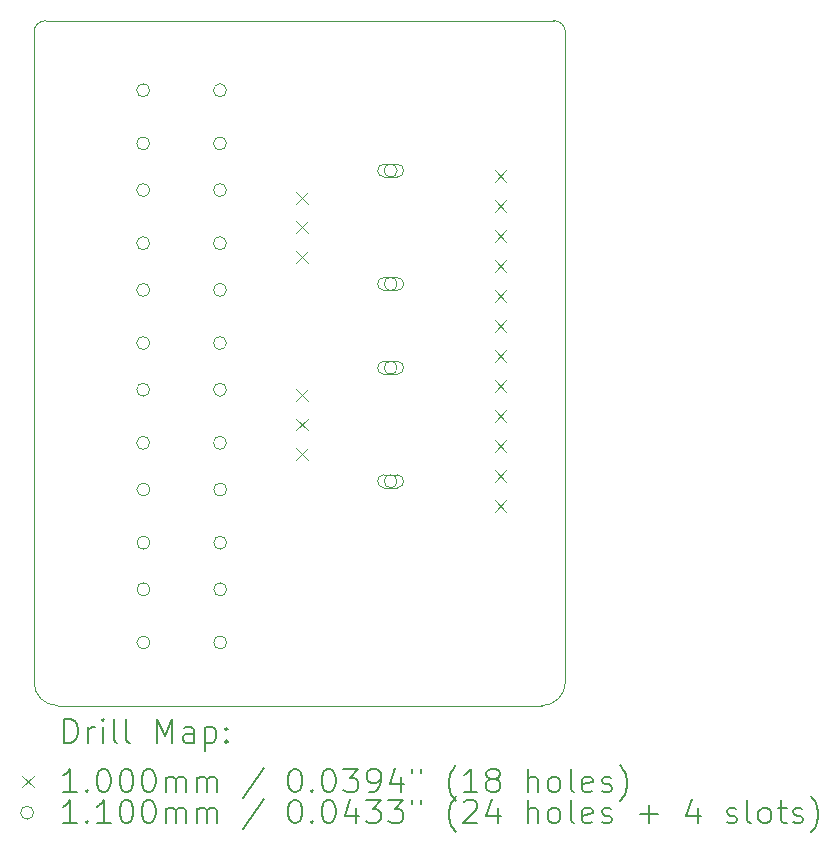
<source format=gbr>
%TF.GenerationSoftware,KiCad,Pcbnew,7.0.9*%
%TF.CreationDate,2024-01-02T17:06:05-06:00*%
%TF.ProjectId,basic_expander_v2.1,62617369-635f-4657-9870-616e6465725f,rev?*%
%TF.SameCoordinates,Original*%
%TF.FileFunction,Drillmap*%
%TF.FilePolarity,Positive*%
%FSLAX45Y45*%
G04 Gerber Fmt 4.5, Leading zero omitted, Abs format (unit mm)*
G04 Created by KiCad (PCBNEW 7.0.9) date 2024-01-02 17:06:05*
%MOMM*%
%LPD*%
G01*
G04 APERTURE LIST*
%ADD10C,0.050000*%
%ADD11C,0.200000*%
%ADD12C,0.100000*%
%ADD13C,0.110000*%
G04 APERTURE END LIST*
D10*
X6000000Y-4100000D02*
X6000000Y-9600000D01*
X6200000Y-9800000D02*
X10300000Y-9800000D01*
X10500000Y-4100000D02*
X10500000Y-9600000D01*
X6000000Y-9600000D02*
G75*
G03*
X6200000Y-9800000I200000J0D01*
G01*
X6100000Y-4000000D02*
G75*
G03*
X6000000Y-4100000I0J-100000D01*
G01*
X10300000Y-9800000D02*
G75*
G03*
X10500000Y-9600000I0J200000D01*
G01*
X6100000Y-4000000D02*
X10400000Y-4000000D01*
X10500000Y-4100000D02*
G75*
G03*
X10400000Y-4000000I-100000J0D01*
G01*
D11*
D12*
X8220000Y-5450000D02*
X8320000Y-5550000D01*
X8320000Y-5450000D02*
X8220000Y-5550000D01*
X8220000Y-5700000D02*
X8320000Y-5800000D01*
X8320000Y-5700000D02*
X8220000Y-5800000D01*
X8220000Y-5950000D02*
X8320000Y-6050000D01*
X8320000Y-5950000D02*
X8220000Y-6050000D01*
X8220000Y-7120000D02*
X8320000Y-7220000D01*
X8320000Y-7120000D02*
X8220000Y-7220000D01*
X8220000Y-7370000D02*
X8320000Y-7470000D01*
X8320000Y-7370000D02*
X8220000Y-7470000D01*
X8220000Y-7620000D02*
X8320000Y-7720000D01*
X8320000Y-7620000D02*
X8220000Y-7720000D01*
X9900000Y-5267000D02*
X10000000Y-5367000D01*
X10000000Y-5267000D02*
X9900000Y-5367000D01*
X9900000Y-5521000D02*
X10000000Y-5621000D01*
X10000000Y-5521000D02*
X9900000Y-5621000D01*
X9900000Y-5775000D02*
X10000000Y-5875000D01*
X10000000Y-5775000D02*
X9900000Y-5875000D01*
X9900000Y-6029000D02*
X10000000Y-6129000D01*
X10000000Y-6029000D02*
X9900000Y-6129000D01*
X9900000Y-6283000D02*
X10000000Y-6383000D01*
X10000000Y-6283000D02*
X9900000Y-6383000D01*
X9900000Y-6537000D02*
X10000000Y-6637000D01*
X10000000Y-6537000D02*
X9900000Y-6637000D01*
X9900000Y-6791000D02*
X10000000Y-6891000D01*
X10000000Y-6791000D02*
X9900000Y-6891000D01*
X9900000Y-7045000D02*
X10000000Y-7145000D01*
X10000000Y-7045000D02*
X9900000Y-7145000D01*
X9900000Y-7299000D02*
X10000000Y-7399000D01*
X10000000Y-7299000D02*
X9900000Y-7399000D01*
X9900000Y-7553000D02*
X10000000Y-7653000D01*
X10000000Y-7553000D02*
X9900000Y-7653000D01*
X9900000Y-7807000D02*
X10000000Y-7907000D01*
X10000000Y-7807000D02*
X9900000Y-7907000D01*
X9900000Y-8061000D02*
X10000000Y-8161000D01*
X10000000Y-8061000D02*
X9900000Y-8161000D01*
D13*
X6980000Y-4590000D02*
G75*
G03*
X6980000Y-4590000I-55000J0D01*
G01*
X6980000Y-5040000D02*
G75*
G03*
X6980000Y-5040000I-55000J0D01*
G01*
X6980000Y-5435122D02*
G75*
G03*
X6980000Y-5435122I-55000J0D01*
G01*
X6980000Y-5885122D02*
G75*
G03*
X6980000Y-5885122I-55000J0D01*
G01*
X6980000Y-6280244D02*
G75*
G03*
X6980000Y-6280244I-55000J0D01*
G01*
X6980000Y-6730244D02*
G75*
G03*
X6980000Y-6730244I-55000J0D01*
G01*
X6980000Y-7125367D02*
G75*
G03*
X6980000Y-7125367I-55000J0D01*
G01*
X6980000Y-7575367D02*
G75*
G03*
X6980000Y-7575367I-55000J0D01*
G01*
X6982331Y-7970489D02*
G75*
G03*
X6982331Y-7970489I-55000J0D01*
G01*
X6982331Y-8420489D02*
G75*
G03*
X6982331Y-8420489I-55000J0D01*
G01*
X6982331Y-8815611D02*
G75*
G03*
X6982331Y-8815611I-55000J0D01*
G01*
X6982331Y-9265611D02*
G75*
G03*
X6982331Y-9265611I-55000J0D01*
G01*
X7630000Y-4590000D02*
G75*
G03*
X7630000Y-4590000I-55000J0D01*
G01*
X7630000Y-5040000D02*
G75*
G03*
X7630000Y-5040000I-55000J0D01*
G01*
X7630000Y-5435122D02*
G75*
G03*
X7630000Y-5435122I-55000J0D01*
G01*
X7630000Y-5885122D02*
G75*
G03*
X7630000Y-5885122I-55000J0D01*
G01*
X7630000Y-6280244D02*
G75*
G03*
X7630000Y-6280244I-55000J0D01*
G01*
X7630000Y-6730244D02*
G75*
G03*
X7630000Y-6730244I-55000J0D01*
G01*
X7630000Y-7125367D02*
G75*
G03*
X7630000Y-7125367I-55000J0D01*
G01*
X7630000Y-7575367D02*
G75*
G03*
X7630000Y-7575367I-55000J0D01*
G01*
X7632331Y-7970489D02*
G75*
G03*
X7632331Y-7970489I-55000J0D01*
G01*
X7632331Y-8420489D02*
G75*
G03*
X7632331Y-8420489I-55000J0D01*
G01*
X7632331Y-8815611D02*
G75*
G03*
X7632331Y-8815611I-55000J0D01*
G01*
X7632331Y-9265611D02*
G75*
G03*
X7632331Y-9265611I-55000J0D01*
G01*
X9075000Y-5270000D02*
G75*
G03*
X9075000Y-5270000I-55000J0D01*
G01*
D12*
X8965000Y-5325000D02*
X9075000Y-5325000D01*
X9075000Y-5325000D02*
G75*
G03*
X9075000Y-5215000I0J55000D01*
G01*
X9075000Y-5215000D02*
X8965000Y-5215000D01*
X8965000Y-5215000D02*
G75*
G03*
X8965000Y-5325000I0J-55000D01*
G01*
D13*
X9075000Y-6230000D02*
G75*
G03*
X9075000Y-6230000I-55000J0D01*
G01*
D12*
X8965000Y-6285000D02*
X9075000Y-6285000D01*
X9075000Y-6285000D02*
G75*
G03*
X9075000Y-6175000I0J55000D01*
G01*
X9075000Y-6175000D02*
X8965000Y-6175000D01*
X8965000Y-6175000D02*
G75*
G03*
X8965000Y-6285000I0J-55000D01*
G01*
D13*
X9075000Y-6940000D02*
G75*
G03*
X9075000Y-6940000I-55000J0D01*
G01*
D12*
X8965000Y-6995000D02*
X9075000Y-6995000D01*
X9075000Y-6995000D02*
G75*
G03*
X9075000Y-6885000I0J55000D01*
G01*
X9075000Y-6885000D02*
X8965000Y-6885000D01*
X8965000Y-6885000D02*
G75*
G03*
X8965000Y-6995000I0J-55000D01*
G01*
D13*
X9075000Y-7900000D02*
G75*
G03*
X9075000Y-7900000I-55000J0D01*
G01*
D12*
X8965000Y-7955000D02*
X9075000Y-7955000D01*
X9075000Y-7955000D02*
G75*
G03*
X9075000Y-7845000I0J55000D01*
G01*
X9075000Y-7845000D02*
X8965000Y-7845000D01*
X8965000Y-7845000D02*
G75*
G03*
X8965000Y-7955000I0J-55000D01*
G01*
D11*
X6258277Y-10113984D02*
X6258277Y-9913984D01*
X6258277Y-9913984D02*
X6305896Y-9913984D01*
X6305896Y-9913984D02*
X6334467Y-9923508D01*
X6334467Y-9923508D02*
X6353515Y-9942555D01*
X6353515Y-9942555D02*
X6363039Y-9961603D01*
X6363039Y-9961603D02*
X6372562Y-9999698D01*
X6372562Y-9999698D02*
X6372562Y-10028270D01*
X6372562Y-10028270D02*
X6363039Y-10066365D01*
X6363039Y-10066365D02*
X6353515Y-10085412D01*
X6353515Y-10085412D02*
X6334467Y-10104460D01*
X6334467Y-10104460D02*
X6305896Y-10113984D01*
X6305896Y-10113984D02*
X6258277Y-10113984D01*
X6458277Y-10113984D02*
X6458277Y-9980650D01*
X6458277Y-10018746D02*
X6467801Y-9999698D01*
X6467801Y-9999698D02*
X6477324Y-9990174D01*
X6477324Y-9990174D02*
X6496372Y-9980650D01*
X6496372Y-9980650D02*
X6515420Y-9980650D01*
X6582086Y-10113984D02*
X6582086Y-9980650D01*
X6582086Y-9913984D02*
X6572562Y-9923508D01*
X6572562Y-9923508D02*
X6582086Y-9933031D01*
X6582086Y-9933031D02*
X6591610Y-9923508D01*
X6591610Y-9923508D02*
X6582086Y-9913984D01*
X6582086Y-9913984D02*
X6582086Y-9933031D01*
X6705896Y-10113984D02*
X6686848Y-10104460D01*
X6686848Y-10104460D02*
X6677324Y-10085412D01*
X6677324Y-10085412D02*
X6677324Y-9913984D01*
X6810658Y-10113984D02*
X6791610Y-10104460D01*
X6791610Y-10104460D02*
X6782086Y-10085412D01*
X6782086Y-10085412D02*
X6782086Y-9913984D01*
X7039229Y-10113984D02*
X7039229Y-9913984D01*
X7039229Y-9913984D02*
X7105896Y-10056841D01*
X7105896Y-10056841D02*
X7172562Y-9913984D01*
X7172562Y-9913984D02*
X7172562Y-10113984D01*
X7353515Y-10113984D02*
X7353515Y-10009222D01*
X7353515Y-10009222D02*
X7343991Y-9990174D01*
X7343991Y-9990174D02*
X7324943Y-9980650D01*
X7324943Y-9980650D02*
X7286848Y-9980650D01*
X7286848Y-9980650D02*
X7267801Y-9990174D01*
X7353515Y-10104460D02*
X7334467Y-10113984D01*
X7334467Y-10113984D02*
X7286848Y-10113984D01*
X7286848Y-10113984D02*
X7267801Y-10104460D01*
X7267801Y-10104460D02*
X7258277Y-10085412D01*
X7258277Y-10085412D02*
X7258277Y-10066365D01*
X7258277Y-10066365D02*
X7267801Y-10047317D01*
X7267801Y-10047317D02*
X7286848Y-10037793D01*
X7286848Y-10037793D02*
X7334467Y-10037793D01*
X7334467Y-10037793D02*
X7353515Y-10028270D01*
X7448753Y-9980650D02*
X7448753Y-10180650D01*
X7448753Y-9990174D02*
X7467801Y-9980650D01*
X7467801Y-9980650D02*
X7505896Y-9980650D01*
X7505896Y-9980650D02*
X7524943Y-9990174D01*
X7524943Y-9990174D02*
X7534467Y-9999698D01*
X7534467Y-9999698D02*
X7543991Y-10018746D01*
X7543991Y-10018746D02*
X7543991Y-10075889D01*
X7543991Y-10075889D02*
X7534467Y-10094936D01*
X7534467Y-10094936D02*
X7524943Y-10104460D01*
X7524943Y-10104460D02*
X7505896Y-10113984D01*
X7505896Y-10113984D02*
X7467801Y-10113984D01*
X7467801Y-10113984D02*
X7448753Y-10104460D01*
X7629705Y-10094936D02*
X7639229Y-10104460D01*
X7639229Y-10104460D02*
X7629705Y-10113984D01*
X7629705Y-10113984D02*
X7620182Y-10104460D01*
X7620182Y-10104460D02*
X7629705Y-10094936D01*
X7629705Y-10094936D02*
X7629705Y-10113984D01*
X7629705Y-9990174D02*
X7639229Y-9999698D01*
X7639229Y-9999698D02*
X7629705Y-10009222D01*
X7629705Y-10009222D02*
X7620182Y-9999698D01*
X7620182Y-9999698D02*
X7629705Y-9990174D01*
X7629705Y-9990174D02*
X7629705Y-10009222D01*
D12*
X5897500Y-10392500D02*
X5997500Y-10492500D01*
X5997500Y-10392500D02*
X5897500Y-10492500D01*
D11*
X6363039Y-10533984D02*
X6248753Y-10533984D01*
X6305896Y-10533984D02*
X6305896Y-10333984D01*
X6305896Y-10333984D02*
X6286848Y-10362555D01*
X6286848Y-10362555D02*
X6267801Y-10381603D01*
X6267801Y-10381603D02*
X6248753Y-10391127D01*
X6448753Y-10514936D02*
X6458277Y-10524460D01*
X6458277Y-10524460D02*
X6448753Y-10533984D01*
X6448753Y-10533984D02*
X6439229Y-10524460D01*
X6439229Y-10524460D02*
X6448753Y-10514936D01*
X6448753Y-10514936D02*
X6448753Y-10533984D01*
X6582086Y-10333984D02*
X6601134Y-10333984D01*
X6601134Y-10333984D02*
X6620182Y-10343508D01*
X6620182Y-10343508D02*
X6629705Y-10353031D01*
X6629705Y-10353031D02*
X6639229Y-10372079D01*
X6639229Y-10372079D02*
X6648753Y-10410174D01*
X6648753Y-10410174D02*
X6648753Y-10457793D01*
X6648753Y-10457793D02*
X6639229Y-10495889D01*
X6639229Y-10495889D02*
X6629705Y-10514936D01*
X6629705Y-10514936D02*
X6620182Y-10524460D01*
X6620182Y-10524460D02*
X6601134Y-10533984D01*
X6601134Y-10533984D02*
X6582086Y-10533984D01*
X6582086Y-10533984D02*
X6563039Y-10524460D01*
X6563039Y-10524460D02*
X6553515Y-10514936D01*
X6553515Y-10514936D02*
X6543991Y-10495889D01*
X6543991Y-10495889D02*
X6534467Y-10457793D01*
X6534467Y-10457793D02*
X6534467Y-10410174D01*
X6534467Y-10410174D02*
X6543991Y-10372079D01*
X6543991Y-10372079D02*
X6553515Y-10353031D01*
X6553515Y-10353031D02*
X6563039Y-10343508D01*
X6563039Y-10343508D02*
X6582086Y-10333984D01*
X6772562Y-10333984D02*
X6791610Y-10333984D01*
X6791610Y-10333984D02*
X6810658Y-10343508D01*
X6810658Y-10343508D02*
X6820182Y-10353031D01*
X6820182Y-10353031D02*
X6829705Y-10372079D01*
X6829705Y-10372079D02*
X6839229Y-10410174D01*
X6839229Y-10410174D02*
X6839229Y-10457793D01*
X6839229Y-10457793D02*
X6829705Y-10495889D01*
X6829705Y-10495889D02*
X6820182Y-10514936D01*
X6820182Y-10514936D02*
X6810658Y-10524460D01*
X6810658Y-10524460D02*
X6791610Y-10533984D01*
X6791610Y-10533984D02*
X6772562Y-10533984D01*
X6772562Y-10533984D02*
X6753515Y-10524460D01*
X6753515Y-10524460D02*
X6743991Y-10514936D01*
X6743991Y-10514936D02*
X6734467Y-10495889D01*
X6734467Y-10495889D02*
X6724943Y-10457793D01*
X6724943Y-10457793D02*
X6724943Y-10410174D01*
X6724943Y-10410174D02*
X6734467Y-10372079D01*
X6734467Y-10372079D02*
X6743991Y-10353031D01*
X6743991Y-10353031D02*
X6753515Y-10343508D01*
X6753515Y-10343508D02*
X6772562Y-10333984D01*
X6963039Y-10333984D02*
X6982086Y-10333984D01*
X6982086Y-10333984D02*
X7001134Y-10343508D01*
X7001134Y-10343508D02*
X7010658Y-10353031D01*
X7010658Y-10353031D02*
X7020182Y-10372079D01*
X7020182Y-10372079D02*
X7029705Y-10410174D01*
X7029705Y-10410174D02*
X7029705Y-10457793D01*
X7029705Y-10457793D02*
X7020182Y-10495889D01*
X7020182Y-10495889D02*
X7010658Y-10514936D01*
X7010658Y-10514936D02*
X7001134Y-10524460D01*
X7001134Y-10524460D02*
X6982086Y-10533984D01*
X6982086Y-10533984D02*
X6963039Y-10533984D01*
X6963039Y-10533984D02*
X6943991Y-10524460D01*
X6943991Y-10524460D02*
X6934467Y-10514936D01*
X6934467Y-10514936D02*
X6924943Y-10495889D01*
X6924943Y-10495889D02*
X6915420Y-10457793D01*
X6915420Y-10457793D02*
X6915420Y-10410174D01*
X6915420Y-10410174D02*
X6924943Y-10372079D01*
X6924943Y-10372079D02*
X6934467Y-10353031D01*
X6934467Y-10353031D02*
X6943991Y-10343508D01*
X6943991Y-10343508D02*
X6963039Y-10333984D01*
X7115420Y-10533984D02*
X7115420Y-10400650D01*
X7115420Y-10419698D02*
X7124943Y-10410174D01*
X7124943Y-10410174D02*
X7143991Y-10400650D01*
X7143991Y-10400650D02*
X7172563Y-10400650D01*
X7172563Y-10400650D02*
X7191610Y-10410174D01*
X7191610Y-10410174D02*
X7201134Y-10429222D01*
X7201134Y-10429222D02*
X7201134Y-10533984D01*
X7201134Y-10429222D02*
X7210658Y-10410174D01*
X7210658Y-10410174D02*
X7229705Y-10400650D01*
X7229705Y-10400650D02*
X7258277Y-10400650D01*
X7258277Y-10400650D02*
X7277324Y-10410174D01*
X7277324Y-10410174D02*
X7286848Y-10429222D01*
X7286848Y-10429222D02*
X7286848Y-10533984D01*
X7382086Y-10533984D02*
X7382086Y-10400650D01*
X7382086Y-10419698D02*
X7391610Y-10410174D01*
X7391610Y-10410174D02*
X7410658Y-10400650D01*
X7410658Y-10400650D02*
X7439229Y-10400650D01*
X7439229Y-10400650D02*
X7458277Y-10410174D01*
X7458277Y-10410174D02*
X7467801Y-10429222D01*
X7467801Y-10429222D02*
X7467801Y-10533984D01*
X7467801Y-10429222D02*
X7477324Y-10410174D01*
X7477324Y-10410174D02*
X7496372Y-10400650D01*
X7496372Y-10400650D02*
X7524943Y-10400650D01*
X7524943Y-10400650D02*
X7543991Y-10410174D01*
X7543991Y-10410174D02*
X7553515Y-10429222D01*
X7553515Y-10429222D02*
X7553515Y-10533984D01*
X7943991Y-10324460D02*
X7772563Y-10581603D01*
X8201134Y-10333984D02*
X8220182Y-10333984D01*
X8220182Y-10333984D02*
X8239229Y-10343508D01*
X8239229Y-10343508D02*
X8248753Y-10353031D01*
X8248753Y-10353031D02*
X8258277Y-10372079D01*
X8258277Y-10372079D02*
X8267801Y-10410174D01*
X8267801Y-10410174D02*
X8267801Y-10457793D01*
X8267801Y-10457793D02*
X8258277Y-10495889D01*
X8258277Y-10495889D02*
X8248753Y-10514936D01*
X8248753Y-10514936D02*
X8239229Y-10524460D01*
X8239229Y-10524460D02*
X8220182Y-10533984D01*
X8220182Y-10533984D02*
X8201134Y-10533984D01*
X8201134Y-10533984D02*
X8182086Y-10524460D01*
X8182086Y-10524460D02*
X8172563Y-10514936D01*
X8172563Y-10514936D02*
X8163039Y-10495889D01*
X8163039Y-10495889D02*
X8153515Y-10457793D01*
X8153515Y-10457793D02*
X8153515Y-10410174D01*
X8153515Y-10410174D02*
X8163039Y-10372079D01*
X8163039Y-10372079D02*
X8172563Y-10353031D01*
X8172563Y-10353031D02*
X8182086Y-10343508D01*
X8182086Y-10343508D02*
X8201134Y-10333984D01*
X8353515Y-10514936D02*
X8363039Y-10524460D01*
X8363039Y-10524460D02*
X8353515Y-10533984D01*
X8353515Y-10533984D02*
X8343991Y-10524460D01*
X8343991Y-10524460D02*
X8353515Y-10514936D01*
X8353515Y-10514936D02*
X8353515Y-10533984D01*
X8486848Y-10333984D02*
X8505896Y-10333984D01*
X8505896Y-10333984D02*
X8524944Y-10343508D01*
X8524944Y-10343508D02*
X8534468Y-10353031D01*
X8534468Y-10353031D02*
X8543991Y-10372079D01*
X8543991Y-10372079D02*
X8553515Y-10410174D01*
X8553515Y-10410174D02*
X8553515Y-10457793D01*
X8553515Y-10457793D02*
X8543991Y-10495889D01*
X8543991Y-10495889D02*
X8534468Y-10514936D01*
X8534468Y-10514936D02*
X8524944Y-10524460D01*
X8524944Y-10524460D02*
X8505896Y-10533984D01*
X8505896Y-10533984D02*
X8486848Y-10533984D01*
X8486848Y-10533984D02*
X8467801Y-10524460D01*
X8467801Y-10524460D02*
X8458277Y-10514936D01*
X8458277Y-10514936D02*
X8448753Y-10495889D01*
X8448753Y-10495889D02*
X8439229Y-10457793D01*
X8439229Y-10457793D02*
X8439229Y-10410174D01*
X8439229Y-10410174D02*
X8448753Y-10372079D01*
X8448753Y-10372079D02*
X8458277Y-10353031D01*
X8458277Y-10353031D02*
X8467801Y-10343508D01*
X8467801Y-10343508D02*
X8486848Y-10333984D01*
X8620182Y-10333984D02*
X8743991Y-10333984D01*
X8743991Y-10333984D02*
X8677325Y-10410174D01*
X8677325Y-10410174D02*
X8705896Y-10410174D01*
X8705896Y-10410174D02*
X8724944Y-10419698D01*
X8724944Y-10419698D02*
X8734468Y-10429222D01*
X8734468Y-10429222D02*
X8743991Y-10448270D01*
X8743991Y-10448270D02*
X8743991Y-10495889D01*
X8743991Y-10495889D02*
X8734468Y-10514936D01*
X8734468Y-10514936D02*
X8724944Y-10524460D01*
X8724944Y-10524460D02*
X8705896Y-10533984D01*
X8705896Y-10533984D02*
X8648753Y-10533984D01*
X8648753Y-10533984D02*
X8629706Y-10524460D01*
X8629706Y-10524460D02*
X8620182Y-10514936D01*
X8839229Y-10533984D02*
X8877325Y-10533984D01*
X8877325Y-10533984D02*
X8896372Y-10524460D01*
X8896372Y-10524460D02*
X8905896Y-10514936D01*
X8905896Y-10514936D02*
X8924944Y-10486365D01*
X8924944Y-10486365D02*
X8934468Y-10448270D01*
X8934468Y-10448270D02*
X8934468Y-10372079D01*
X8934468Y-10372079D02*
X8924944Y-10353031D01*
X8924944Y-10353031D02*
X8915420Y-10343508D01*
X8915420Y-10343508D02*
X8896372Y-10333984D01*
X8896372Y-10333984D02*
X8858277Y-10333984D01*
X8858277Y-10333984D02*
X8839229Y-10343508D01*
X8839229Y-10343508D02*
X8829706Y-10353031D01*
X8829706Y-10353031D02*
X8820182Y-10372079D01*
X8820182Y-10372079D02*
X8820182Y-10419698D01*
X8820182Y-10419698D02*
X8829706Y-10438746D01*
X8829706Y-10438746D02*
X8839229Y-10448270D01*
X8839229Y-10448270D02*
X8858277Y-10457793D01*
X8858277Y-10457793D02*
X8896372Y-10457793D01*
X8896372Y-10457793D02*
X8915420Y-10448270D01*
X8915420Y-10448270D02*
X8924944Y-10438746D01*
X8924944Y-10438746D02*
X8934468Y-10419698D01*
X9105896Y-10400650D02*
X9105896Y-10533984D01*
X9058277Y-10324460D02*
X9010658Y-10467317D01*
X9010658Y-10467317D02*
X9134468Y-10467317D01*
X9201134Y-10333984D02*
X9201134Y-10372079D01*
X9277325Y-10333984D02*
X9277325Y-10372079D01*
X9572563Y-10610174D02*
X9563039Y-10600650D01*
X9563039Y-10600650D02*
X9543991Y-10572079D01*
X9543991Y-10572079D02*
X9534468Y-10553031D01*
X9534468Y-10553031D02*
X9524944Y-10524460D01*
X9524944Y-10524460D02*
X9515420Y-10476841D01*
X9515420Y-10476841D02*
X9515420Y-10438746D01*
X9515420Y-10438746D02*
X9524944Y-10391127D01*
X9524944Y-10391127D02*
X9534468Y-10362555D01*
X9534468Y-10362555D02*
X9543991Y-10343508D01*
X9543991Y-10343508D02*
X9563039Y-10314936D01*
X9563039Y-10314936D02*
X9572563Y-10305412D01*
X9753515Y-10533984D02*
X9639230Y-10533984D01*
X9696372Y-10533984D02*
X9696372Y-10333984D01*
X9696372Y-10333984D02*
X9677325Y-10362555D01*
X9677325Y-10362555D02*
X9658277Y-10381603D01*
X9658277Y-10381603D02*
X9639230Y-10391127D01*
X9867801Y-10419698D02*
X9848753Y-10410174D01*
X9848753Y-10410174D02*
X9839230Y-10400650D01*
X9839230Y-10400650D02*
X9829706Y-10381603D01*
X9829706Y-10381603D02*
X9829706Y-10372079D01*
X9829706Y-10372079D02*
X9839230Y-10353031D01*
X9839230Y-10353031D02*
X9848753Y-10343508D01*
X9848753Y-10343508D02*
X9867801Y-10333984D01*
X9867801Y-10333984D02*
X9905896Y-10333984D01*
X9905896Y-10333984D02*
X9924944Y-10343508D01*
X9924944Y-10343508D02*
X9934468Y-10353031D01*
X9934468Y-10353031D02*
X9943991Y-10372079D01*
X9943991Y-10372079D02*
X9943991Y-10381603D01*
X9943991Y-10381603D02*
X9934468Y-10400650D01*
X9934468Y-10400650D02*
X9924944Y-10410174D01*
X9924944Y-10410174D02*
X9905896Y-10419698D01*
X9905896Y-10419698D02*
X9867801Y-10419698D01*
X9867801Y-10419698D02*
X9848753Y-10429222D01*
X9848753Y-10429222D02*
X9839230Y-10438746D01*
X9839230Y-10438746D02*
X9829706Y-10457793D01*
X9829706Y-10457793D02*
X9829706Y-10495889D01*
X9829706Y-10495889D02*
X9839230Y-10514936D01*
X9839230Y-10514936D02*
X9848753Y-10524460D01*
X9848753Y-10524460D02*
X9867801Y-10533984D01*
X9867801Y-10533984D02*
X9905896Y-10533984D01*
X9905896Y-10533984D02*
X9924944Y-10524460D01*
X9924944Y-10524460D02*
X9934468Y-10514936D01*
X9934468Y-10514936D02*
X9943991Y-10495889D01*
X9943991Y-10495889D02*
X9943991Y-10457793D01*
X9943991Y-10457793D02*
X9934468Y-10438746D01*
X9934468Y-10438746D02*
X9924944Y-10429222D01*
X9924944Y-10429222D02*
X9905896Y-10419698D01*
X10182087Y-10533984D02*
X10182087Y-10333984D01*
X10267801Y-10533984D02*
X10267801Y-10429222D01*
X10267801Y-10429222D02*
X10258277Y-10410174D01*
X10258277Y-10410174D02*
X10239230Y-10400650D01*
X10239230Y-10400650D02*
X10210658Y-10400650D01*
X10210658Y-10400650D02*
X10191611Y-10410174D01*
X10191611Y-10410174D02*
X10182087Y-10419698D01*
X10391611Y-10533984D02*
X10372563Y-10524460D01*
X10372563Y-10524460D02*
X10363039Y-10514936D01*
X10363039Y-10514936D02*
X10353515Y-10495889D01*
X10353515Y-10495889D02*
X10353515Y-10438746D01*
X10353515Y-10438746D02*
X10363039Y-10419698D01*
X10363039Y-10419698D02*
X10372563Y-10410174D01*
X10372563Y-10410174D02*
X10391611Y-10400650D01*
X10391611Y-10400650D02*
X10420182Y-10400650D01*
X10420182Y-10400650D02*
X10439230Y-10410174D01*
X10439230Y-10410174D02*
X10448753Y-10419698D01*
X10448753Y-10419698D02*
X10458277Y-10438746D01*
X10458277Y-10438746D02*
X10458277Y-10495889D01*
X10458277Y-10495889D02*
X10448753Y-10514936D01*
X10448753Y-10514936D02*
X10439230Y-10524460D01*
X10439230Y-10524460D02*
X10420182Y-10533984D01*
X10420182Y-10533984D02*
X10391611Y-10533984D01*
X10572563Y-10533984D02*
X10553515Y-10524460D01*
X10553515Y-10524460D02*
X10543992Y-10505412D01*
X10543992Y-10505412D02*
X10543992Y-10333984D01*
X10724944Y-10524460D02*
X10705896Y-10533984D01*
X10705896Y-10533984D02*
X10667801Y-10533984D01*
X10667801Y-10533984D02*
X10648753Y-10524460D01*
X10648753Y-10524460D02*
X10639230Y-10505412D01*
X10639230Y-10505412D02*
X10639230Y-10429222D01*
X10639230Y-10429222D02*
X10648753Y-10410174D01*
X10648753Y-10410174D02*
X10667801Y-10400650D01*
X10667801Y-10400650D02*
X10705896Y-10400650D01*
X10705896Y-10400650D02*
X10724944Y-10410174D01*
X10724944Y-10410174D02*
X10734468Y-10429222D01*
X10734468Y-10429222D02*
X10734468Y-10448270D01*
X10734468Y-10448270D02*
X10639230Y-10467317D01*
X10810658Y-10524460D02*
X10829706Y-10533984D01*
X10829706Y-10533984D02*
X10867801Y-10533984D01*
X10867801Y-10533984D02*
X10886849Y-10524460D01*
X10886849Y-10524460D02*
X10896373Y-10505412D01*
X10896373Y-10505412D02*
X10896373Y-10495889D01*
X10896373Y-10495889D02*
X10886849Y-10476841D01*
X10886849Y-10476841D02*
X10867801Y-10467317D01*
X10867801Y-10467317D02*
X10839230Y-10467317D01*
X10839230Y-10467317D02*
X10820182Y-10457793D01*
X10820182Y-10457793D02*
X10810658Y-10438746D01*
X10810658Y-10438746D02*
X10810658Y-10429222D01*
X10810658Y-10429222D02*
X10820182Y-10410174D01*
X10820182Y-10410174D02*
X10839230Y-10400650D01*
X10839230Y-10400650D02*
X10867801Y-10400650D01*
X10867801Y-10400650D02*
X10886849Y-10410174D01*
X10963039Y-10610174D02*
X10972563Y-10600650D01*
X10972563Y-10600650D02*
X10991611Y-10572079D01*
X10991611Y-10572079D02*
X11001134Y-10553031D01*
X11001134Y-10553031D02*
X11010658Y-10524460D01*
X11010658Y-10524460D02*
X11020182Y-10476841D01*
X11020182Y-10476841D02*
X11020182Y-10438746D01*
X11020182Y-10438746D02*
X11010658Y-10391127D01*
X11010658Y-10391127D02*
X11001134Y-10362555D01*
X11001134Y-10362555D02*
X10991611Y-10343508D01*
X10991611Y-10343508D02*
X10972563Y-10314936D01*
X10972563Y-10314936D02*
X10963039Y-10305412D01*
D13*
X5997500Y-10706500D02*
G75*
G03*
X5997500Y-10706500I-55000J0D01*
G01*
D11*
X6363039Y-10797984D02*
X6248753Y-10797984D01*
X6305896Y-10797984D02*
X6305896Y-10597984D01*
X6305896Y-10597984D02*
X6286848Y-10626555D01*
X6286848Y-10626555D02*
X6267801Y-10645603D01*
X6267801Y-10645603D02*
X6248753Y-10655127D01*
X6448753Y-10778936D02*
X6458277Y-10788460D01*
X6458277Y-10788460D02*
X6448753Y-10797984D01*
X6448753Y-10797984D02*
X6439229Y-10788460D01*
X6439229Y-10788460D02*
X6448753Y-10778936D01*
X6448753Y-10778936D02*
X6448753Y-10797984D01*
X6648753Y-10797984D02*
X6534467Y-10797984D01*
X6591610Y-10797984D02*
X6591610Y-10597984D01*
X6591610Y-10597984D02*
X6572562Y-10626555D01*
X6572562Y-10626555D02*
X6553515Y-10645603D01*
X6553515Y-10645603D02*
X6534467Y-10655127D01*
X6772562Y-10597984D02*
X6791610Y-10597984D01*
X6791610Y-10597984D02*
X6810658Y-10607508D01*
X6810658Y-10607508D02*
X6820182Y-10617031D01*
X6820182Y-10617031D02*
X6829705Y-10636079D01*
X6829705Y-10636079D02*
X6839229Y-10674174D01*
X6839229Y-10674174D02*
X6839229Y-10721793D01*
X6839229Y-10721793D02*
X6829705Y-10759889D01*
X6829705Y-10759889D02*
X6820182Y-10778936D01*
X6820182Y-10778936D02*
X6810658Y-10788460D01*
X6810658Y-10788460D02*
X6791610Y-10797984D01*
X6791610Y-10797984D02*
X6772562Y-10797984D01*
X6772562Y-10797984D02*
X6753515Y-10788460D01*
X6753515Y-10788460D02*
X6743991Y-10778936D01*
X6743991Y-10778936D02*
X6734467Y-10759889D01*
X6734467Y-10759889D02*
X6724943Y-10721793D01*
X6724943Y-10721793D02*
X6724943Y-10674174D01*
X6724943Y-10674174D02*
X6734467Y-10636079D01*
X6734467Y-10636079D02*
X6743991Y-10617031D01*
X6743991Y-10617031D02*
X6753515Y-10607508D01*
X6753515Y-10607508D02*
X6772562Y-10597984D01*
X6963039Y-10597984D02*
X6982086Y-10597984D01*
X6982086Y-10597984D02*
X7001134Y-10607508D01*
X7001134Y-10607508D02*
X7010658Y-10617031D01*
X7010658Y-10617031D02*
X7020182Y-10636079D01*
X7020182Y-10636079D02*
X7029705Y-10674174D01*
X7029705Y-10674174D02*
X7029705Y-10721793D01*
X7029705Y-10721793D02*
X7020182Y-10759889D01*
X7020182Y-10759889D02*
X7010658Y-10778936D01*
X7010658Y-10778936D02*
X7001134Y-10788460D01*
X7001134Y-10788460D02*
X6982086Y-10797984D01*
X6982086Y-10797984D02*
X6963039Y-10797984D01*
X6963039Y-10797984D02*
X6943991Y-10788460D01*
X6943991Y-10788460D02*
X6934467Y-10778936D01*
X6934467Y-10778936D02*
X6924943Y-10759889D01*
X6924943Y-10759889D02*
X6915420Y-10721793D01*
X6915420Y-10721793D02*
X6915420Y-10674174D01*
X6915420Y-10674174D02*
X6924943Y-10636079D01*
X6924943Y-10636079D02*
X6934467Y-10617031D01*
X6934467Y-10617031D02*
X6943991Y-10607508D01*
X6943991Y-10607508D02*
X6963039Y-10597984D01*
X7115420Y-10797984D02*
X7115420Y-10664650D01*
X7115420Y-10683698D02*
X7124943Y-10674174D01*
X7124943Y-10674174D02*
X7143991Y-10664650D01*
X7143991Y-10664650D02*
X7172563Y-10664650D01*
X7172563Y-10664650D02*
X7191610Y-10674174D01*
X7191610Y-10674174D02*
X7201134Y-10693222D01*
X7201134Y-10693222D02*
X7201134Y-10797984D01*
X7201134Y-10693222D02*
X7210658Y-10674174D01*
X7210658Y-10674174D02*
X7229705Y-10664650D01*
X7229705Y-10664650D02*
X7258277Y-10664650D01*
X7258277Y-10664650D02*
X7277324Y-10674174D01*
X7277324Y-10674174D02*
X7286848Y-10693222D01*
X7286848Y-10693222D02*
X7286848Y-10797984D01*
X7382086Y-10797984D02*
X7382086Y-10664650D01*
X7382086Y-10683698D02*
X7391610Y-10674174D01*
X7391610Y-10674174D02*
X7410658Y-10664650D01*
X7410658Y-10664650D02*
X7439229Y-10664650D01*
X7439229Y-10664650D02*
X7458277Y-10674174D01*
X7458277Y-10674174D02*
X7467801Y-10693222D01*
X7467801Y-10693222D02*
X7467801Y-10797984D01*
X7467801Y-10693222D02*
X7477324Y-10674174D01*
X7477324Y-10674174D02*
X7496372Y-10664650D01*
X7496372Y-10664650D02*
X7524943Y-10664650D01*
X7524943Y-10664650D02*
X7543991Y-10674174D01*
X7543991Y-10674174D02*
X7553515Y-10693222D01*
X7553515Y-10693222D02*
X7553515Y-10797984D01*
X7943991Y-10588460D02*
X7772563Y-10845603D01*
X8201134Y-10597984D02*
X8220182Y-10597984D01*
X8220182Y-10597984D02*
X8239229Y-10607508D01*
X8239229Y-10607508D02*
X8248753Y-10617031D01*
X8248753Y-10617031D02*
X8258277Y-10636079D01*
X8258277Y-10636079D02*
X8267801Y-10674174D01*
X8267801Y-10674174D02*
X8267801Y-10721793D01*
X8267801Y-10721793D02*
X8258277Y-10759889D01*
X8258277Y-10759889D02*
X8248753Y-10778936D01*
X8248753Y-10778936D02*
X8239229Y-10788460D01*
X8239229Y-10788460D02*
X8220182Y-10797984D01*
X8220182Y-10797984D02*
X8201134Y-10797984D01*
X8201134Y-10797984D02*
X8182086Y-10788460D01*
X8182086Y-10788460D02*
X8172563Y-10778936D01*
X8172563Y-10778936D02*
X8163039Y-10759889D01*
X8163039Y-10759889D02*
X8153515Y-10721793D01*
X8153515Y-10721793D02*
X8153515Y-10674174D01*
X8153515Y-10674174D02*
X8163039Y-10636079D01*
X8163039Y-10636079D02*
X8172563Y-10617031D01*
X8172563Y-10617031D02*
X8182086Y-10607508D01*
X8182086Y-10607508D02*
X8201134Y-10597984D01*
X8353515Y-10778936D02*
X8363039Y-10788460D01*
X8363039Y-10788460D02*
X8353515Y-10797984D01*
X8353515Y-10797984D02*
X8343991Y-10788460D01*
X8343991Y-10788460D02*
X8353515Y-10778936D01*
X8353515Y-10778936D02*
X8353515Y-10797984D01*
X8486848Y-10597984D02*
X8505896Y-10597984D01*
X8505896Y-10597984D02*
X8524944Y-10607508D01*
X8524944Y-10607508D02*
X8534468Y-10617031D01*
X8534468Y-10617031D02*
X8543991Y-10636079D01*
X8543991Y-10636079D02*
X8553515Y-10674174D01*
X8553515Y-10674174D02*
X8553515Y-10721793D01*
X8553515Y-10721793D02*
X8543991Y-10759889D01*
X8543991Y-10759889D02*
X8534468Y-10778936D01*
X8534468Y-10778936D02*
X8524944Y-10788460D01*
X8524944Y-10788460D02*
X8505896Y-10797984D01*
X8505896Y-10797984D02*
X8486848Y-10797984D01*
X8486848Y-10797984D02*
X8467801Y-10788460D01*
X8467801Y-10788460D02*
X8458277Y-10778936D01*
X8458277Y-10778936D02*
X8448753Y-10759889D01*
X8448753Y-10759889D02*
X8439229Y-10721793D01*
X8439229Y-10721793D02*
X8439229Y-10674174D01*
X8439229Y-10674174D02*
X8448753Y-10636079D01*
X8448753Y-10636079D02*
X8458277Y-10617031D01*
X8458277Y-10617031D02*
X8467801Y-10607508D01*
X8467801Y-10607508D02*
X8486848Y-10597984D01*
X8724944Y-10664650D02*
X8724944Y-10797984D01*
X8677325Y-10588460D02*
X8629706Y-10731317D01*
X8629706Y-10731317D02*
X8753515Y-10731317D01*
X8810658Y-10597984D02*
X8934468Y-10597984D01*
X8934468Y-10597984D02*
X8867801Y-10674174D01*
X8867801Y-10674174D02*
X8896372Y-10674174D01*
X8896372Y-10674174D02*
X8915420Y-10683698D01*
X8915420Y-10683698D02*
X8924944Y-10693222D01*
X8924944Y-10693222D02*
X8934468Y-10712270D01*
X8934468Y-10712270D02*
X8934468Y-10759889D01*
X8934468Y-10759889D02*
X8924944Y-10778936D01*
X8924944Y-10778936D02*
X8915420Y-10788460D01*
X8915420Y-10788460D02*
X8896372Y-10797984D01*
X8896372Y-10797984D02*
X8839229Y-10797984D01*
X8839229Y-10797984D02*
X8820182Y-10788460D01*
X8820182Y-10788460D02*
X8810658Y-10778936D01*
X9001134Y-10597984D02*
X9124944Y-10597984D01*
X9124944Y-10597984D02*
X9058277Y-10674174D01*
X9058277Y-10674174D02*
X9086849Y-10674174D01*
X9086849Y-10674174D02*
X9105896Y-10683698D01*
X9105896Y-10683698D02*
X9115420Y-10693222D01*
X9115420Y-10693222D02*
X9124944Y-10712270D01*
X9124944Y-10712270D02*
X9124944Y-10759889D01*
X9124944Y-10759889D02*
X9115420Y-10778936D01*
X9115420Y-10778936D02*
X9105896Y-10788460D01*
X9105896Y-10788460D02*
X9086849Y-10797984D01*
X9086849Y-10797984D02*
X9029706Y-10797984D01*
X9029706Y-10797984D02*
X9010658Y-10788460D01*
X9010658Y-10788460D02*
X9001134Y-10778936D01*
X9201134Y-10597984D02*
X9201134Y-10636079D01*
X9277325Y-10597984D02*
X9277325Y-10636079D01*
X9572563Y-10874174D02*
X9563039Y-10864650D01*
X9563039Y-10864650D02*
X9543991Y-10836079D01*
X9543991Y-10836079D02*
X9534468Y-10817031D01*
X9534468Y-10817031D02*
X9524944Y-10788460D01*
X9524944Y-10788460D02*
X9515420Y-10740841D01*
X9515420Y-10740841D02*
X9515420Y-10702746D01*
X9515420Y-10702746D02*
X9524944Y-10655127D01*
X9524944Y-10655127D02*
X9534468Y-10626555D01*
X9534468Y-10626555D02*
X9543991Y-10607508D01*
X9543991Y-10607508D02*
X9563039Y-10578936D01*
X9563039Y-10578936D02*
X9572563Y-10569412D01*
X9639230Y-10617031D02*
X9648753Y-10607508D01*
X9648753Y-10607508D02*
X9667801Y-10597984D01*
X9667801Y-10597984D02*
X9715420Y-10597984D01*
X9715420Y-10597984D02*
X9734468Y-10607508D01*
X9734468Y-10607508D02*
X9743991Y-10617031D01*
X9743991Y-10617031D02*
X9753515Y-10636079D01*
X9753515Y-10636079D02*
X9753515Y-10655127D01*
X9753515Y-10655127D02*
X9743991Y-10683698D01*
X9743991Y-10683698D02*
X9629706Y-10797984D01*
X9629706Y-10797984D02*
X9753515Y-10797984D01*
X9924944Y-10664650D02*
X9924944Y-10797984D01*
X9877325Y-10588460D02*
X9829706Y-10731317D01*
X9829706Y-10731317D02*
X9953515Y-10731317D01*
X10182087Y-10797984D02*
X10182087Y-10597984D01*
X10267801Y-10797984D02*
X10267801Y-10693222D01*
X10267801Y-10693222D02*
X10258277Y-10674174D01*
X10258277Y-10674174D02*
X10239230Y-10664650D01*
X10239230Y-10664650D02*
X10210658Y-10664650D01*
X10210658Y-10664650D02*
X10191611Y-10674174D01*
X10191611Y-10674174D02*
X10182087Y-10683698D01*
X10391611Y-10797984D02*
X10372563Y-10788460D01*
X10372563Y-10788460D02*
X10363039Y-10778936D01*
X10363039Y-10778936D02*
X10353515Y-10759889D01*
X10353515Y-10759889D02*
X10353515Y-10702746D01*
X10353515Y-10702746D02*
X10363039Y-10683698D01*
X10363039Y-10683698D02*
X10372563Y-10674174D01*
X10372563Y-10674174D02*
X10391611Y-10664650D01*
X10391611Y-10664650D02*
X10420182Y-10664650D01*
X10420182Y-10664650D02*
X10439230Y-10674174D01*
X10439230Y-10674174D02*
X10448753Y-10683698D01*
X10448753Y-10683698D02*
X10458277Y-10702746D01*
X10458277Y-10702746D02*
X10458277Y-10759889D01*
X10458277Y-10759889D02*
X10448753Y-10778936D01*
X10448753Y-10778936D02*
X10439230Y-10788460D01*
X10439230Y-10788460D02*
X10420182Y-10797984D01*
X10420182Y-10797984D02*
X10391611Y-10797984D01*
X10572563Y-10797984D02*
X10553515Y-10788460D01*
X10553515Y-10788460D02*
X10543992Y-10769412D01*
X10543992Y-10769412D02*
X10543992Y-10597984D01*
X10724944Y-10788460D02*
X10705896Y-10797984D01*
X10705896Y-10797984D02*
X10667801Y-10797984D01*
X10667801Y-10797984D02*
X10648753Y-10788460D01*
X10648753Y-10788460D02*
X10639230Y-10769412D01*
X10639230Y-10769412D02*
X10639230Y-10693222D01*
X10639230Y-10693222D02*
X10648753Y-10674174D01*
X10648753Y-10674174D02*
X10667801Y-10664650D01*
X10667801Y-10664650D02*
X10705896Y-10664650D01*
X10705896Y-10664650D02*
X10724944Y-10674174D01*
X10724944Y-10674174D02*
X10734468Y-10693222D01*
X10734468Y-10693222D02*
X10734468Y-10712270D01*
X10734468Y-10712270D02*
X10639230Y-10731317D01*
X10810658Y-10788460D02*
X10829706Y-10797984D01*
X10829706Y-10797984D02*
X10867801Y-10797984D01*
X10867801Y-10797984D02*
X10886849Y-10788460D01*
X10886849Y-10788460D02*
X10896373Y-10769412D01*
X10896373Y-10769412D02*
X10896373Y-10759889D01*
X10896373Y-10759889D02*
X10886849Y-10740841D01*
X10886849Y-10740841D02*
X10867801Y-10731317D01*
X10867801Y-10731317D02*
X10839230Y-10731317D01*
X10839230Y-10731317D02*
X10820182Y-10721793D01*
X10820182Y-10721793D02*
X10810658Y-10702746D01*
X10810658Y-10702746D02*
X10810658Y-10693222D01*
X10810658Y-10693222D02*
X10820182Y-10674174D01*
X10820182Y-10674174D02*
X10839230Y-10664650D01*
X10839230Y-10664650D02*
X10867801Y-10664650D01*
X10867801Y-10664650D02*
X10886849Y-10674174D01*
X11134468Y-10721793D02*
X11286849Y-10721793D01*
X11210658Y-10797984D02*
X11210658Y-10645603D01*
X11620182Y-10664650D02*
X11620182Y-10797984D01*
X11572563Y-10588460D02*
X11524944Y-10731317D01*
X11524944Y-10731317D02*
X11648753Y-10731317D01*
X11867801Y-10788460D02*
X11886849Y-10797984D01*
X11886849Y-10797984D02*
X11924944Y-10797984D01*
X11924944Y-10797984D02*
X11943992Y-10788460D01*
X11943992Y-10788460D02*
X11953515Y-10769412D01*
X11953515Y-10769412D02*
X11953515Y-10759889D01*
X11953515Y-10759889D02*
X11943992Y-10740841D01*
X11943992Y-10740841D02*
X11924944Y-10731317D01*
X11924944Y-10731317D02*
X11896373Y-10731317D01*
X11896373Y-10731317D02*
X11877325Y-10721793D01*
X11877325Y-10721793D02*
X11867801Y-10702746D01*
X11867801Y-10702746D02*
X11867801Y-10693222D01*
X11867801Y-10693222D02*
X11877325Y-10674174D01*
X11877325Y-10674174D02*
X11896373Y-10664650D01*
X11896373Y-10664650D02*
X11924944Y-10664650D01*
X11924944Y-10664650D02*
X11943992Y-10674174D01*
X12067801Y-10797984D02*
X12048754Y-10788460D01*
X12048754Y-10788460D02*
X12039230Y-10769412D01*
X12039230Y-10769412D02*
X12039230Y-10597984D01*
X12172563Y-10797984D02*
X12153515Y-10788460D01*
X12153515Y-10788460D02*
X12143992Y-10778936D01*
X12143992Y-10778936D02*
X12134468Y-10759889D01*
X12134468Y-10759889D02*
X12134468Y-10702746D01*
X12134468Y-10702746D02*
X12143992Y-10683698D01*
X12143992Y-10683698D02*
X12153515Y-10674174D01*
X12153515Y-10674174D02*
X12172563Y-10664650D01*
X12172563Y-10664650D02*
X12201135Y-10664650D01*
X12201135Y-10664650D02*
X12220182Y-10674174D01*
X12220182Y-10674174D02*
X12229706Y-10683698D01*
X12229706Y-10683698D02*
X12239230Y-10702746D01*
X12239230Y-10702746D02*
X12239230Y-10759889D01*
X12239230Y-10759889D02*
X12229706Y-10778936D01*
X12229706Y-10778936D02*
X12220182Y-10788460D01*
X12220182Y-10788460D02*
X12201135Y-10797984D01*
X12201135Y-10797984D02*
X12172563Y-10797984D01*
X12296373Y-10664650D02*
X12372563Y-10664650D01*
X12324944Y-10597984D02*
X12324944Y-10769412D01*
X12324944Y-10769412D02*
X12334468Y-10788460D01*
X12334468Y-10788460D02*
X12353515Y-10797984D01*
X12353515Y-10797984D02*
X12372563Y-10797984D01*
X12429706Y-10788460D02*
X12448754Y-10797984D01*
X12448754Y-10797984D02*
X12486849Y-10797984D01*
X12486849Y-10797984D02*
X12505896Y-10788460D01*
X12505896Y-10788460D02*
X12515420Y-10769412D01*
X12515420Y-10769412D02*
X12515420Y-10759889D01*
X12515420Y-10759889D02*
X12505896Y-10740841D01*
X12505896Y-10740841D02*
X12486849Y-10731317D01*
X12486849Y-10731317D02*
X12458277Y-10731317D01*
X12458277Y-10731317D02*
X12439230Y-10721793D01*
X12439230Y-10721793D02*
X12429706Y-10702746D01*
X12429706Y-10702746D02*
X12429706Y-10693222D01*
X12429706Y-10693222D02*
X12439230Y-10674174D01*
X12439230Y-10674174D02*
X12458277Y-10664650D01*
X12458277Y-10664650D02*
X12486849Y-10664650D01*
X12486849Y-10664650D02*
X12505896Y-10674174D01*
X12582087Y-10874174D02*
X12591611Y-10864650D01*
X12591611Y-10864650D02*
X12610658Y-10836079D01*
X12610658Y-10836079D02*
X12620182Y-10817031D01*
X12620182Y-10817031D02*
X12629706Y-10788460D01*
X12629706Y-10788460D02*
X12639230Y-10740841D01*
X12639230Y-10740841D02*
X12639230Y-10702746D01*
X12639230Y-10702746D02*
X12629706Y-10655127D01*
X12629706Y-10655127D02*
X12620182Y-10626555D01*
X12620182Y-10626555D02*
X12610658Y-10607508D01*
X12610658Y-10607508D02*
X12591611Y-10578936D01*
X12591611Y-10578936D02*
X12582087Y-10569412D01*
M02*

</source>
